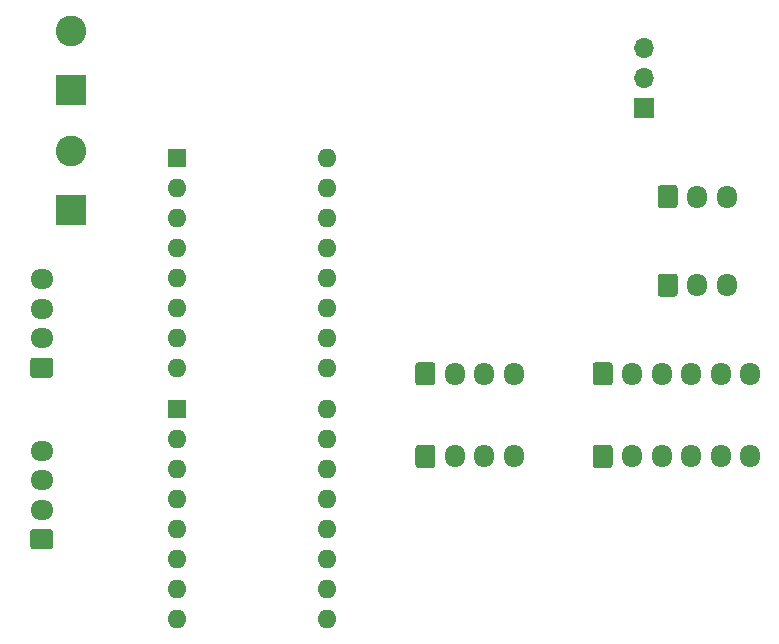
<source format=gbs>
G04 #@! TF.GenerationSoftware,KiCad,Pcbnew,(5.1.9)-1*
G04 #@! TF.CreationDate,2022-01-22T14:39:00-06:00*
G04 #@! TF.ProjectId,MuscleRoller,4d757363-6c65-4526-9f6c-6c65722e6b69,rev?*
G04 #@! TF.SameCoordinates,Original*
G04 #@! TF.FileFunction,Soldermask,Bot*
G04 #@! TF.FilePolarity,Negative*
%FSLAX46Y46*%
G04 Gerber Fmt 4.6, Leading zero omitted, Abs format (unit mm)*
G04 Created by KiCad (PCBNEW (5.1.9)-1) date 2022-01-22 14:39:00*
%MOMM*%
%LPD*%
G01*
G04 APERTURE LIST*
%ADD10O,1.700000X1.950000*%
%ADD11C,2.600000*%
%ADD12R,2.600000X2.600000*%
%ADD13O,1.950000X1.700000*%
%ADD14O,1.700000X1.700000*%
%ADD15R,1.700000X1.700000*%
%ADD16O,1.600000X1.600000*%
%ADD17R,1.600000X1.600000*%
G04 APERTURE END LIST*
D10*
X169500000Y-114500000D03*
X167000000Y-114500000D03*
G36*
G01*
X163650000Y-115225000D02*
X163650000Y-113775000D01*
G75*
G02*
X163900000Y-113525000I250000J0D01*
G01*
X165100000Y-113525000D01*
G75*
G02*
X165350000Y-113775000I0J-250000D01*
G01*
X165350000Y-115225000D01*
G75*
G02*
X165100000Y-115475000I-250000J0D01*
G01*
X163900000Y-115475000D01*
G75*
G02*
X163650000Y-115225000I0J250000D01*
G01*
G37*
X169500000Y-107000000D03*
X167000000Y-107000000D03*
G36*
G01*
X163650000Y-107725000D02*
X163650000Y-106275000D01*
G75*
G02*
X163900000Y-106025000I250000J0D01*
G01*
X165100000Y-106025000D01*
G75*
G02*
X165350000Y-106275000I0J-250000D01*
G01*
X165350000Y-107725000D01*
G75*
G02*
X165100000Y-107975000I-250000J0D01*
G01*
X163900000Y-107975000D01*
G75*
G02*
X163650000Y-107725000I0J250000D01*
G01*
G37*
D11*
X114000000Y-103124000D03*
D12*
X114000000Y-108124000D03*
D13*
X111500000Y-128500000D03*
X111500000Y-131000000D03*
X111500000Y-133500000D03*
G36*
G01*
X112225000Y-136850000D02*
X110775000Y-136850000D01*
G75*
G02*
X110525000Y-136600000I0J250000D01*
G01*
X110525000Y-135400000D01*
G75*
G02*
X110775000Y-135150000I250000J0D01*
G01*
X112225000Y-135150000D01*
G75*
G02*
X112475000Y-135400000I0J-250000D01*
G01*
X112475000Y-136600000D01*
G75*
G02*
X112225000Y-136850000I-250000J0D01*
G01*
G37*
X111500000Y-114000000D03*
X111500000Y-116500000D03*
X111500000Y-119000000D03*
G36*
G01*
X112225000Y-122350000D02*
X110775000Y-122350000D01*
G75*
G02*
X110525000Y-122100000I0J250000D01*
G01*
X110525000Y-120900000D01*
G75*
G02*
X110775000Y-120650000I250000J0D01*
G01*
X112225000Y-120650000D01*
G75*
G02*
X112475000Y-120900000I0J-250000D01*
G01*
X112475000Y-122100000D01*
G75*
G02*
X112225000Y-122350000I-250000J0D01*
G01*
G37*
D14*
X162500000Y-94420000D03*
X162500000Y-96960000D03*
D15*
X162500000Y-99500000D03*
D10*
X151500000Y-129000000D03*
X149000000Y-129000000D03*
X146500000Y-129000000D03*
G36*
G01*
X143150000Y-129725000D02*
X143150000Y-128275000D01*
G75*
G02*
X143400000Y-128025000I250000J0D01*
G01*
X144600000Y-128025000D01*
G75*
G02*
X144850000Y-128275000I0J-250000D01*
G01*
X144850000Y-129725000D01*
G75*
G02*
X144600000Y-129975000I-250000J0D01*
G01*
X143400000Y-129975000D01*
G75*
G02*
X143150000Y-129725000I0J250000D01*
G01*
G37*
X151500000Y-122000000D03*
X149000000Y-122000000D03*
X146500000Y-122000000D03*
G36*
G01*
X143150000Y-122725000D02*
X143150000Y-121275000D01*
G75*
G02*
X143400000Y-121025000I250000J0D01*
G01*
X144600000Y-121025000D01*
G75*
G02*
X144850000Y-121275000I0J-250000D01*
G01*
X144850000Y-122725000D01*
G75*
G02*
X144600000Y-122975000I-250000J0D01*
G01*
X143400000Y-122975000D01*
G75*
G02*
X143150000Y-122725000I0J250000D01*
G01*
G37*
D11*
X114000000Y-92964000D03*
D12*
X114000000Y-97964000D03*
D10*
X171500000Y-129000000D03*
X169000000Y-129000000D03*
X166500000Y-129000000D03*
X164000000Y-129000000D03*
X161500000Y-129000000D03*
G36*
G01*
X158150000Y-129725000D02*
X158150000Y-128275000D01*
G75*
G02*
X158400000Y-128025000I250000J0D01*
G01*
X159600000Y-128025000D01*
G75*
G02*
X159850000Y-128275000I0J-250000D01*
G01*
X159850000Y-129725000D01*
G75*
G02*
X159600000Y-129975000I-250000J0D01*
G01*
X158400000Y-129975000D01*
G75*
G02*
X158150000Y-129725000I0J250000D01*
G01*
G37*
X171500000Y-122000000D03*
X169000000Y-122000000D03*
X166500000Y-122000000D03*
X164000000Y-122000000D03*
X161500000Y-122000000D03*
G36*
G01*
X158150000Y-122725000D02*
X158150000Y-121275000D01*
G75*
G02*
X158400000Y-121025000I250000J0D01*
G01*
X159600000Y-121025000D01*
G75*
G02*
X159850000Y-121275000I0J-250000D01*
G01*
X159850000Y-122725000D01*
G75*
G02*
X159600000Y-122975000I-250000J0D01*
G01*
X158400000Y-122975000D01*
G75*
G02*
X158150000Y-122725000I0J250000D01*
G01*
G37*
D16*
X135700000Y-125000000D03*
X123000000Y-142780000D03*
X135700000Y-127540000D03*
X123000000Y-140240000D03*
X135700000Y-130080000D03*
X123000000Y-137700000D03*
X135700000Y-132620000D03*
X123000000Y-135160000D03*
X135700000Y-135160000D03*
X123000000Y-132620000D03*
X135700000Y-137700000D03*
X123000000Y-130080000D03*
X135700000Y-140240000D03*
X123000000Y-127540000D03*
X135700000Y-142780000D03*
D17*
X123000000Y-125000000D03*
D16*
X135700000Y-103720000D03*
X123000000Y-121500000D03*
X135700000Y-106260000D03*
X123000000Y-118960000D03*
X135700000Y-108800000D03*
X123000000Y-116420000D03*
X135700000Y-111340000D03*
X123000000Y-113880000D03*
X135700000Y-113880000D03*
X123000000Y-111340000D03*
X135700000Y-116420000D03*
X123000000Y-108800000D03*
X135700000Y-118960000D03*
X123000000Y-106260000D03*
X135700000Y-121500000D03*
D17*
X123000000Y-103720000D03*
M02*

</source>
